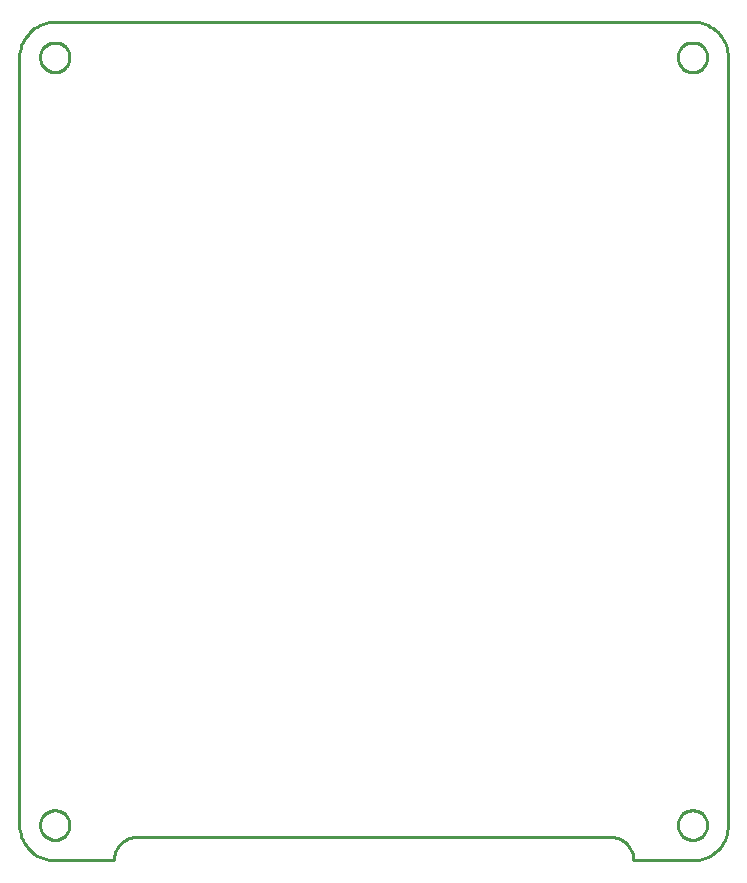
<source format=gbr>
G04 EAGLE Gerber RS-274X export*
G75*
%MOMM*%
%FSLAX34Y34*%
%LPD*%
%IN*%
%IPPOS*%
%AMOC8*
5,1,8,0,0,1.08239X$1,22.5*%
G01*
%ADD10C,0.254000*%


D10*
X-300000Y-30000D02*
X-299886Y-32615D01*
X-299544Y-35209D01*
X-298978Y-37765D01*
X-298191Y-40261D01*
X-297189Y-42679D01*
X-295981Y-45000D01*
X-294575Y-47207D01*
X-292981Y-49284D01*
X-291213Y-51213D01*
X-289284Y-52981D01*
X-287207Y-54575D01*
X-285000Y-55981D01*
X-282679Y-57189D01*
X-280261Y-58191D01*
X-277765Y-58978D01*
X-275209Y-59544D01*
X-272615Y-59886D01*
X-270000Y-60000D01*
X-220000Y-60000D01*
X-219924Y-58257D01*
X-219696Y-56527D01*
X-219319Y-54824D01*
X-218794Y-53160D01*
X-218126Y-51548D01*
X-217321Y-50000D01*
X-216383Y-48528D01*
X-215321Y-47144D01*
X-214142Y-45858D01*
X-212856Y-44679D01*
X-211472Y-43617D01*
X-210000Y-42680D01*
X-208452Y-41874D01*
X-206840Y-41206D01*
X-205176Y-40681D01*
X-203473Y-40304D01*
X-201743Y-40076D01*
X-200000Y-40000D01*
X200000Y-40000D01*
X201743Y-40076D01*
X203473Y-40304D01*
X205176Y-40681D01*
X206840Y-41206D01*
X208452Y-41874D01*
X210000Y-42680D01*
X211472Y-43617D01*
X212856Y-44679D01*
X214142Y-45858D01*
X215321Y-47144D01*
X216383Y-48528D01*
X217321Y-50000D01*
X218126Y-51548D01*
X218794Y-53160D01*
X219319Y-54824D01*
X219696Y-56527D01*
X219924Y-58257D01*
X220000Y-60000D01*
X270000Y-60000D01*
X272615Y-59886D01*
X275209Y-59544D01*
X277765Y-58978D01*
X280261Y-58191D01*
X282679Y-57189D01*
X285000Y-55981D01*
X287207Y-54575D01*
X289284Y-52981D01*
X291213Y-51213D01*
X292981Y-49284D01*
X294575Y-47207D01*
X295981Y-45000D01*
X297189Y-42679D01*
X298191Y-40261D01*
X298978Y-37765D01*
X299544Y-35209D01*
X299886Y-32615D01*
X300000Y-30000D01*
X300000Y620000D01*
X299886Y622615D01*
X299544Y625209D01*
X298978Y627765D01*
X298191Y630261D01*
X297189Y632679D01*
X295981Y635000D01*
X294575Y637207D01*
X292981Y639284D01*
X291213Y641213D01*
X289284Y642981D01*
X287207Y644575D01*
X285000Y645981D01*
X282679Y647189D01*
X280261Y648191D01*
X277765Y648978D01*
X275209Y649544D01*
X272615Y649886D01*
X270000Y650000D01*
X-270000Y650000D01*
X-272615Y649886D01*
X-275209Y649544D01*
X-277765Y648978D01*
X-280261Y648191D01*
X-282679Y647189D01*
X-285000Y645981D01*
X-287207Y644575D01*
X-289284Y642981D01*
X-291213Y641213D01*
X-292981Y639284D01*
X-294575Y637207D01*
X-295981Y635000D01*
X-297189Y632679D01*
X-298191Y630261D01*
X-298978Y627765D01*
X-299544Y625209D01*
X-299886Y622615D01*
X-300000Y620000D01*
X-300000Y-30000D01*
X-257500Y-30491D02*
X-257577Y-31470D01*
X-257731Y-32441D01*
X-257960Y-33396D01*
X-258264Y-34330D01*
X-258639Y-35237D01*
X-259085Y-36112D01*
X-259599Y-36950D01*
X-260176Y-37745D01*
X-260814Y-38492D01*
X-261508Y-39186D01*
X-262255Y-39824D01*
X-263050Y-40401D01*
X-263888Y-40915D01*
X-264763Y-41361D01*
X-265670Y-41736D01*
X-266604Y-42040D01*
X-267560Y-42269D01*
X-268530Y-42423D01*
X-269509Y-42500D01*
X-270491Y-42500D01*
X-271470Y-42423D01*
X-272441Y-42269D01*
X-273396Y-42040D01*
X-274330Y-41736D01*
X-275237Y-41361D01*
X-276112Y-40915D01*
X-276950Y-40401D01*
X-277745Y-39824D01*
X-278492Y-39186D01*
X-279186Y-38492D01*
X-279824Y-37745D01*
X-280401Y-36950D01*
X-280915Y-36112D01*
X-281361Y-35237D01*
X-281736Y-34330D01*
X-282040Y-33396D01*
X-282269Y-32441D01*
X-282423Y-31470D01*
X-282500Y-30491D01*
X-282500Y-29509D01*
X-282423Y-28530D01*
X-282269Y-27560D01*
X-282040Y-26604D01*
X-281736Y-25670D01*
X-281361Y-24763D01*
X-280915Y-23888D01*
X-280401Y-23050D01*
X-279824Y-22255D01*
X-279186Y-21508D01*
X-278492Y-20814D01*
X-277745Y-20176D01*
X-276950Y-19599D01*
X-276112Y-19085D01*
X-275237Y-18639D01*
X-274330Y-18264D01*
X-273396Y-17960D01*
X-272441Y-17731D01*
X-271470Y-17577D01*
X-270491Y-17500D01*
X-269509Y-17500D01*
X-268530Y-17577D01*
X-267560Y-17731D01*
X-266604Y-17960D01*
X-265670Y-18264D01*
X-264763Y-18639D01*
X-263888Y-19085D01*
X-263050Y-19599D01*
X-262255Y-20176D01*
X-261508Y-20814D01*
X-260814Y-21508D01*
X-260176Y-22255D01*
X-259599Y-23050D01*
X-259085Y-23888D01*
X-258639Y-24763D01*
X-258264Y-25670D01*
X-257960Y-26604D01*
X-257731Y-27560D01*
X-257577Y-28530D01*
X-257500Y-29509D01*
X-257500Y-30491D01*
X282500Y-30491D02*
X282423Y-31470D01*
X282269Y-32441D01*
X282040Y-33396D01*
X281736Y-34330D01*
X281361Y-35237D01*
X280915Y-36112D01*
X280401Y-36950D01*
X279824Y-37745D01*
X279186Y-38492D01*
X278492Y-39186D01*
X277745Y-39824D01*
X276950Y-40401D01*
X276112Y-40915D01*
X275237Y-41361D01*
X274330Y-41736D01*
X273396Y-42040D01*
X272441Y-42269D01*
X271470Y-42423D01*
X270491Y-42500D01*
X269509Y-42500D01*
X268530Y-42423D01*
X267560Y-42269D01*
X266604Y-42040D01*
X265670Y-41736D01*
X264763Y-41361D01*
X263888Y-40915D01*
X263050Y-40401D01*
X262255Y-39824D01*
X261508Y-39186D01*
X260814Y-38492D01*
X260176Y-37745D01*
X259599Y-36950D01*
X259085Y-36112D01*
X258639Y-35237D01*
X258264Y-34330D01*
X257960Y-33396D01*
X257731Y-32441D01*
X257577Y-31470D01*
X257500Y-30491D01*
X257500Y-29509D01*
X257577Y-28530D01*
X257731Y-27560D01*
X257960Y-26604D01*
X258264Y-25670D01*
X258639Y-24763D01*
X259085Y-23888D01*
X259599Y-23050D01*
X260176Y-22255D01*
X260814Y-21508D01*
X261508Y-20814D01*
X262255Y-20176D01*
X263050Y-19599D01*
X263888Y-19085D01*
X264763Y-18639D01*
X265670Y-18264D01*
X266604Y-17960D01*
X267560Y-17731D01*
X268530Y-17577D01*
X269509Y-17500D01*
X270491Y-17500D01*
X271470Y-17577D01*
X272441Y-17731D01*
X273396Y-17960D01*
X274330Y-18264D01*
X275237Y-18639D01*
X276112Y-19085D01*
X276950Y-19599D01*
X277745Y-20176D01*
X278492Y-20814D01*
X279186Y-21508D01*
X279824Y-22255D01*
X280401Y-23050D01*
X280915Y-23888D01*
X281361Y-24763D01*
X281736Y-25670D01*
X282040Y-26604D01*
X282269Y-27560D01*
X282423Y-28530D01*
X282500Y-29509D01*
X282500Y-30491D01*
X282500Y619509D02*
X282423Y618530D01*
X282269Y617560D01*
X282040Y616604D01*
X281736Y615670D01*
X281361Y614763D01*
X280915Y613888D01*
X280401Y613050D01*
X279824Y612255D01*
X279186Y611508D01*
X278492Y610814D01*
X277745Y610176D01*
X276950Y609599D01*
X276112Y609085D01*
X275237Y608639D01*
X274330Y608264D01*
X273396Y607960D01*
X272441Y607731D01*
X271470Y607577D01*
X270491Y607500D01*
X269509Y607500D01*
X268530Y607577D01*
X267560Y607731D01*
X266604Y607960D01*
X265670Y608264D01*
X264763Y608639D01*
X263888Y609085D01*
X263050Y609599D01*
X262255Y610176D01*
X261508Y610814D01*
X260814Y611508D01*
X260176Y612255D01*
X259599Y613050D01*
X259085Y613888D01*
X258639Y614763D01*
X258264Y615670D01*
X257960Y616604D01*
X257731Y617560D01*
X257577Y618530D01*
X257500Y619509D01*
X257500Y620491D01*
X257577Y621470D01*
X257731Y622441D01*
X257960Y623396D01*
X258264Y624330D01*
X258639Y625237D01*
X259085Y626112D01*
X259599Y626950D01*
X260176Y627745D01*
X260814Y628492D01*
X261508Y629186D01*
X262255Y629824D01*
X263050Y630401D01*
X263888Y630915D01*
X264763Y631361D01*
X265670Y631736D01*
X266604Y632040D01*
X267560Y632269D01*
X268530Y632423D01*
X269509Y632500D01*
X270491Y632500D01*
X271470Y632423D01*
X272441Y632269D01*
X273396Y632040D01*
X274330Y631736D01*
X275237Y631361D01*
X276112Y630915D01*
X276950Y630401D01*
X277745Y629824D01*
X278492Y629186D01*
X279186Y628492D01*
X279824Y627745D01*
X280401Y626950D01*
X280915Y626112D01*
X281361Y625237D01*
X281736Y624330D01*
X282040Y623396D01*
X282269Y622441D01*
X282423Y621470D01*
X282500Y620491D01*
X282500Y619509D01*
X-257500Y619509D02*
X-257577Y618530D01*
X-257731Y617560D01*
X-257960Y616604D01*
X-258264Y615670D01*
X-258639Y614763D01*
X-259085Y613888D01*
X-259599Y613050D01*
X-260176Y612255D01*
X-260814Y611508D01*
X-261508Y610814D01*
X-262255Y610176D01*
X-263050Y609599D01*
X-263888Y609085D01*
X-264763Y608639D01*
X-265670Y608264D01*
X-266604Y607960D01*
X-267560Y607731D01*
X-268530Y607577D01*
X-269509Y607500D01*
X-270491Y607500D01*
X-271470Y607577D01*
X-272441Y607731D01*
X-273396Y607960D01*
X-274330Y608264D01*
X-275237Y608639D01*
X-276112Y609085D01*
X-276950Y609599D01*
X-277745Y610176D01*
X-278492Y610814D01*
X-279186Y611508D01*
X-279824Y612255D01*
X-280401Y613050D01*
X-280915Y613888D01*
X-281361Y614763D01*
X-281736Y615670D01*
X-282040Y616604D01*
X-282269Y617560D01*
X-282423Y618530D01*
X-282500Y619509D01*
X-282500Y620491D01*
X-282423Y621470D01*
X-282269Y622441D01*
X-282040Y623396D01*
X-281736Y624330D01*
X-281361Y625237D01*
X-280915Y626112D01*
X-280401Y626950D01*
X-279824Y627745D01*
X-279186Y628492D01*
X-278492Y629186D01*
X-277745Y629824D01*
X-276950Y630401D01*
X-276112Y630915D01*
X-275237Y631361D01*
X-274330Y631736D01*
X-273396Y632040D01*
X-272441Y632269D01*
X-271470Y632423D01*
X-270491Y632500D01*
X-269509Y632500D01*
X-268530Y632423D01*
X-267560Y632269D01*
X-266604Y632040D01*
X-265670Y631736D01*
X-264763Y631361D01*
X-263888Y630915D01*
X-263050Y630401D01*
X-262255Y629824D01*
X-261508Y629186D01*
X-260814Y628492D01*
X-260176Y627745D01*
X-259599Y626950D01*
X-259085Y626112D01*
X-258639Y625237D01*
X-258264Y624330D01*
X-257960Y623396D01*
X-257731Y622441D01*
X-257577Y621470D01*
X-257500Y620491D01*
X-257500Y619509D01*
M02*

</source>
